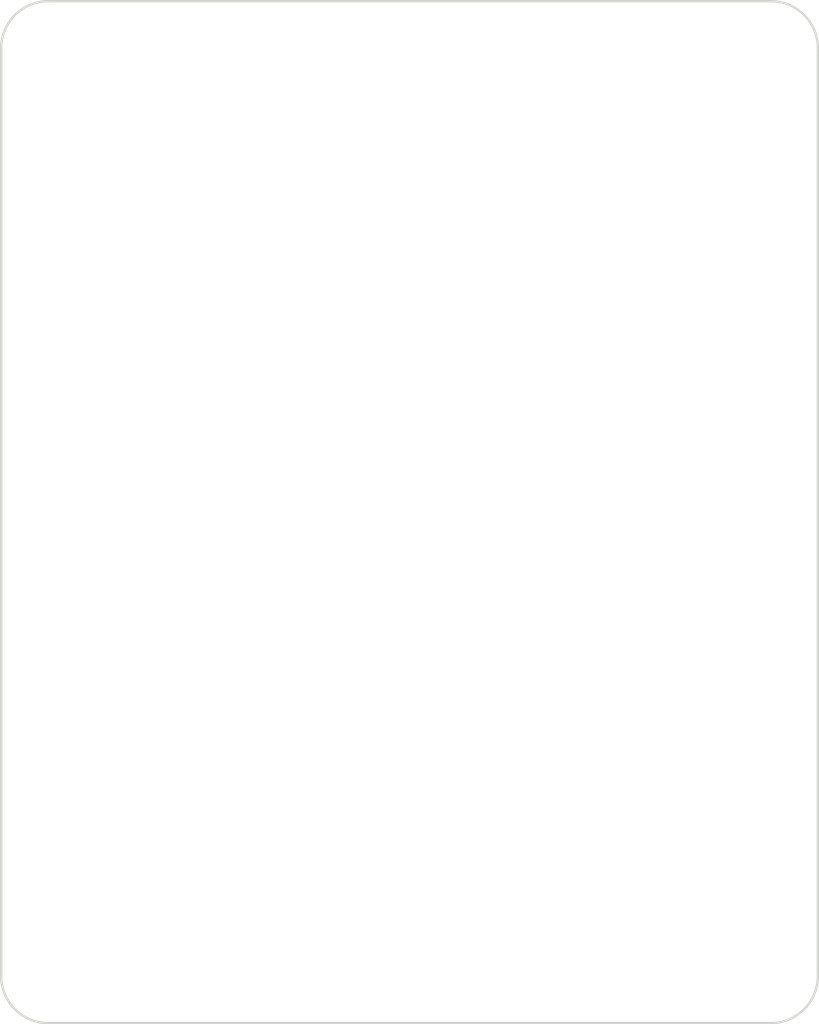
<source format=kicad_pcb>
(kicad_pcb (version 20171130) (host pcbnew 5.0.1-1.fc29)

  (general
    (thickness 1.6)
    (drawings 8)
    (tracks 0)
    (zones 0)
    (modules 4)
    (nets 1)
  )

  (page A4)
  (layers
    (0 F.Cu signal)
    (31 B.Cu signal)
    (32 B.Adhes user)
    (33 F.Adhes user)
    (34 B.Paste user)
    (35 F.Paste user)
    (36 B.SilkS user)
    (37 F.SilkS user)
    (38 B.Mask user)
    (39 F.Mask user)
    (40 Dwgs.User user)
    (41 Cmts.User user)
    (42 Eco1.User user)
    (43 Eco2.User user)
    (44 Edge.Cuts user)
    (45 Margin user)
    (46 B.CrtYd user)
    (47 F.CrtYd user)
    (48 B.Fab user)
    (49 F.Fab user)
  )

  (setup
    (last_trace_width 0.25)
    (trace_clearance 0.2)
    (zone_clearance 0.508)
    (zone_45_only no)
    (trace_min 0.2)
    (segment_width 0.2)
    (edge_width 0.15)
    (via_size 0.8)
    (via_drill 0.4)
    (via_min_size 0.4)
    (via_min_drill 0.3)
    (uvia_size 0.3)
    (uvia_drill 0.1)
    (uvias_allowed no)
    (uvia_min_size 0.2)
    (uvia_min_drill 0.1)
    (pcb_text_width 0.3)
    (pcb_text_size 1.5 1.5)
    (mod_edge_width 0.15)
    (mod_text_size 1 1)
    (mod_text_width 0.15)
    (pad_size 1.524 1.524)
    (pad_drill 0.762)
    (pad_to_mask_clearance 0.051)
    (solder_mask_min_width 0.25)
    (aux_axis_origin 120.5 125.5)
    (grid_origin 120.5 125.5)
    (visible_elements FFFFFF7F)
    (pcbplotparams
      (layerselection 0x010fc_ffffffff)
      (usegerberextensions false)
      (usegerberattributes false)
      (usegerberadvancedattributes false)
      (creategerberjobfile false)
      (excludeedgelayer true)
      (linewidth 0.100000)
      (plotframeref false)
      (viasonmask false)
      (mode 1)
      (useauxorigin false)
      (hpglpennumber 1)
      (hpglpenspeed 20)
      (hpglpendiameter 15.000000)
      (psnegative false)
      (psa4output false)
      (plotreference true)
      (plotvalue true)
      (plotinvisibletext false)
      (padsonsilk false)
      (subtractmaskfromsilk false)
      (outputformat 1)
      (mirror false)
      (drillshape 1)
      (scaleselection 1)
      (outputdirectory ""))
  )

  (net 0 "")

  (net_class Default "This is the default net class."
    (clearance 0.2)
    (trace_width 0.25)
    (via_dia 0.8)
    (via_drill 0.4)
    (uvia_dia 0.3)
    (uvia_drill 0.1)
  )

  (module MountingHole:MountingHole_2.5mm locked (layer F.Cu) (tedit 5C0C3E70) (tstamp 5C0B0946)
    (at 123.5 63.5)
    (descr "Mounting Hole 2.5mm, no annular")
    (tags "mounting hole 2.5mm no annular")
    (attr virtual)
    (fp_text reference REF** (at 0 3.5) (layer F.SilkS) hide
      (effects (font (size 1 1) (thickness 0.15)))
    )
    (fp_text value MountingHole_2.5mm (at 0 3.5) (layer F.Fab) hide
      (effects (font (size 1 1) (thickness 0.15)))
    )
    (fp_circle (center 0 0) (end 2.75 0) (layer F.CrtYd) (width 0.05))
    (fp_circle (center 0 0) (end 2.5 0) (layer Cmts.User) (width 0.15))
    (fp_text user %R (at 0.3 0) (layer F.Fab) hide
      (effects (font (size 1 1) (thickness 0.15)))
    )
    (pad 1 np_thru_hole circle (at 0 0) (size 2.5 2.5) (drill 2.5) (layers *.Cu *.Mask))
  )

  (module MountingHole:MountingHole_2.5mm locked (layer F.Cu) (tedit 5C0C3E7E) (tstamp 5C0B0903)
    (at 169.5 122.5)
    (descr "Mounting Hole 2.5mm, no annular")
    (tags "mounting hole 2.5mm no annular")
    (attr virtual)
    (fp_text reference REF** (at 0 -3.5) (layer F.SilkS) hide
      (effects (font (size 1 1) (thickness 0.15)))
    )
    (fp_text value MountingHole_2.5mm (at 0 3.5) (layer F.Fab) hide
      (effects (font (size 1 1) (thickness 0.15)))
    )
    (fp_circle (center 0 0) (end 2.75 0) (layer F.CrtYd) (width 0.05))
    (fp_circle (center 0 0) (end 2.5 0) (layer Cmts.User) (width 0.15))
    (fp_text user %R (at 0.3 0) (layer F.Fab) hide
      (effects (font (size 1 1) (thickness 0.15)))
    )
    (pad 1 np_thru_hole circle (at 0 0) (size 2.5 2.5) (drill 2.5) (layers *.Cu *.Mask))
  )

  (module MountingHole:MountingHole_2.5mm locked (layer F.Cu) (tedit 5C0C3E88) (tstamp 5C0B08D0)
    (at 123.5 122.5)
    (descr "Mounting Hole 2.5mm, no annular")
    (tags "mounting hole 2.5mm no annular")
    (attr virtual)
    (fp_text reference REF** (at 0 -3.5) (layer F.SilkS) hide
      (effects (font (size 1 1) (thickness 0.15)))
    )
    (fp_text value MountingHole_2.5mm (at 0 3.5) (layer F.Fab) hide
      (effects (font (size 1 1) (thickness 0.15)))
    )
    (fp_circle (center 0 0) (end 2.75 0) (layer F.CrtYd) (width 0.05))
    (fp_circle (center 0 0) (end 2.5 0) (layer Cmts.User) (width 0.15))
    (fp_text user %R (at 0.3 0) (layer F.Fab) hide
      (effects (font (size 1 1) (thickness 0.15)))
    )
    (pad 1 np_thru_hole circle (at 0 0) (size 2.5 2.5) (drill 2.5) (layers *.Cu *.Mask))
  )

  (module MountingHole:MountingHole_2.5mm locked (layer F.Cu) (tedit 5C0C3E76) (tstamp 5C0B0A54)
    (at 169.5 63.5)
    (descr "Mounting Hole 2.5mm, no annular")
    (tags "mounting hole 2.5mm no annular")
    (attr virtual)
    (fp_text reference REF** (at 0 3.5) (layer F.SilkS) hide
      (effects (font (size 1 1) (thickness 0.15)))
    )
    (fp_text value MountingHole_2.5mm (at 0 3.5) (layer F.Fab) hide
      (effects (font (size 1 1) (thickness 0.15)))
    )
    (fp_circle (center 0 0) (end 2.75 0) (layer F.CrtYd) (width 0.05))
    (fp_circle (center 0 0) (end 2.5 0) (layer Cmts.User) (width 0.15))
    (fp_text user %R (at 0.3 0) (layer F.Fab) hide
      (effects (font (size 1 1) (thickness 0.15)))
    )
    (pad 1 np_thru_hole circle (at 0 0) (size 2.5 2.5) (drill 2.5) (layers *.Cu *.Mask))
  )

  (gr_arc (start 169.5 63.5) (end 172.5 63.5) (angle -90) (layer Edge.Cuts) (width 0.15))
  (gr_arc (start 123.5 63.5) (end 123.5 60.5) (angle -90) (layer Edge.Cuts) (width 0.15))
  (gr_arc (start 123.5 122.5) (end 120.5 122.5) (angle -90) (layer Edge.Cuts) (width 0.15))
  (gr_arc (start 169.5 122.5) (end 169.5 125.5) (angle -90) (layer Edge.Cuts) (width 0.15))
  (gr_line (start 120.5 122.5) (end 120.5 63.5) (layer Edge.Cuts) (width 0.15))
  (gr_line (start 169.5 125.5) (end 123.5 125.5) (layer Edge.Cuts) (width 0.15))
  (gr_line (start 172.5 63.5) (end 172.5 122.5) (layer Edge.Cuts) (width 0.15))
  (gr_line (start 123.5 60.5) (end 169.5 60.5) (layer Edge.Cuts) (width 0.15))

)

</source>
